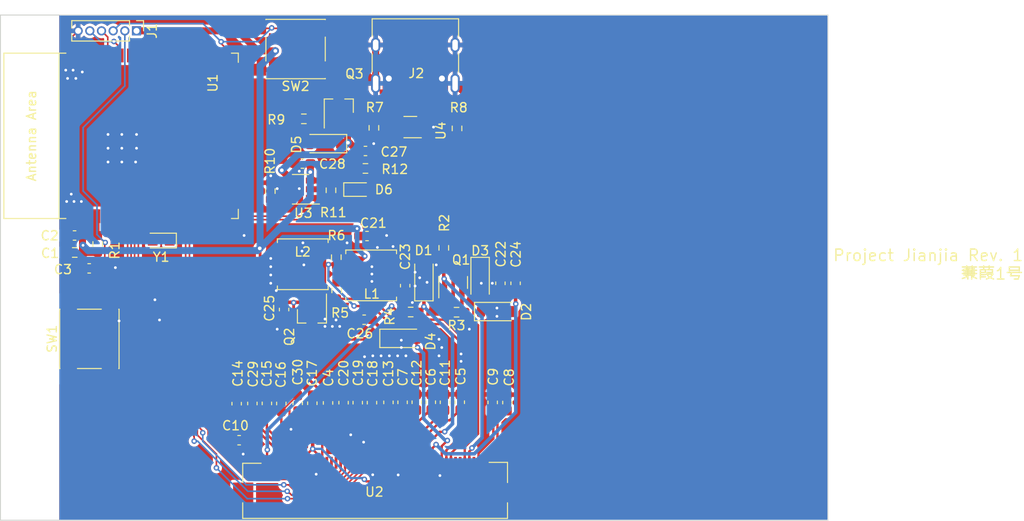
<source format=kicad_pcb>
(kicad_pcb (version 20221018) (generator pcbnew)
  (layers (0 "F.Cu" signal) (31 "B.Cu" signal) (34 "B.Paste" user) (35 "F.Paste" user) (36 "B.SilkS" user "B.Silkscreen") (37 "F.SilkS" user "F.Silkscreen") (38 "B.Mask" user) (39 "F.Mask" user) (44 "Edge.Cuts" user))
  (net 0 "")
  (net 1 "+BATT")
  (net 2 "GND")
  (net 3 "EN")
  (net 4 "VSH")
  (net 5 "VSH_LV2")
  (net 6 "VSL_LV")
  (net 7 "TFT_VCOM")
  (net 8 "FPL_VCOM")
  (net 9 "VCOMBD")
  (net 10 "VSH_LV")
  (net 11 "VSL")
  (net 12 "VSL_LV2")
  (net 13 "CP1P")
  (net 14 "VCP1")
  (net 15 "CP2P")
  (net 16 "VCP2")
  (net 17 "REFP")
  (net 18 "REFN")
  (net 19 "VDDO")
  (net 20 "Net-(D1-A)")
  (net 21 "Net-(D2-K)")
  (net 22 "VPH")
  (net 23 "VGL")
  (net 24 "VPC")
  (net 25 "CHG_VIN")
  (net 26 "CP1N")
  (net 27 "CP2N")
  (net 28 "Net-(D4-K)")
  (net 29 "+5V")
  (net 30 "Net-(D6-K)")
  (net 31 "Net-(D6-A)")
  (net 32 "BOOT")
  (net 33 "DBG_TXD")
  (net 34 "DBG_RXD")
  (net 35 "Net-(J2-CC1)")
  (net 36 "USB_DP")
  (net 37 "USB_DM")
  (net 39 "Net-(J2-CC2)")
  (net 41 "RESEC")
  (net 42 "GDRH")
  (net 43 "RESEH")
  (net 44 "GDRC")
  (net 45 "+5VP")
  (net 46 "VGH")
  (net 47 "Net-(U3-ISET)")
  (net 48 "Net-(U3-FB)")
  (net 53 "Net-(U1-GPIO15{slash}U0RTS{slash}ADC2_CH4{slash}XTAL_32K_P)")
  (net 54 "Net-(U1-GPIO16{slash}U0CTS{slash}ADC2_CH5{slash}XTAL_32K_N)")
  (net 57 "DISP_RST")
  (net 60 "DISP_DATA")
  (net 61 "DISP_SCLK")
  (net 62 "DISP_CS")
  (net 63 "DISP_DC")
  (net 64 "DISP_BUSY")
  (footprint "Inductor_SMD:L_Sunlord_SWPA5020S" (layer "F.Cu") (at 132.88 77.1325)
    (fp_text reference "L2")
    (fp_text value "NRS5020T150MMGJ")
  )
  (footprint "Capacitor_SMD:C_0603_1608Metric_Pad1.08x0.95mm_HandSolder" (layer "F.Cu") (at 155.14 92.19 90)
    (fp_text reference "C8")
    (fp_text value "4.7uF/10v")
  )
  (footprint "Capacitor_SMD:C_0603_1608Metric_Pad1.08x0.95mm_HandSolder" (layer "F.Cu") (at 142.2 92.17 90)
    (fp_text reference "C13")
    (fp_text value "10uF/25v")
  )
  (footprint "Resistor_SMD:R_0603_1608Metric_Pad0.98x0.95mm_HandSolder" (layer "F.Cu") (at 149.66 62.34 -90)
    (fp_text reference "R8")
    (fp_text value "5.11k")
  )
  (footprint "Capacitor_SMD:C_0603_1608Metric_Pad1.08x0.95mm_HandSolder" (layer "F.Cu") (at 140.41 92.2025 90)
    (fp_text reference "C18")
    (fp_text value "1uF/10v")
  )
  (footprint "Capacitor_SMD:C_0603_1608Metric_Pad1.08x0.95mm_HandSolder" (layer "F.Cu") (at 125.96 96.29 180)
    (fp_text reference "C10")
    (fp_text value "0.47uF/25v")
  )
  (footprint "Resistor_SMD:R_0603_1608Metric_Pad0.98x0.95mm_HandSolder" (layer "F.Cu") (at 108.08 75.85 180)
    (fp_text reference "C1")
    (fp_text value "10uF/25v")
  )
  (footprint "Resistor_SMD:R_0603_1608Metric_Pad0.98x0.95mm_HandSolder" (layer "F.Cu") (at 110.58 74.92 90)
    (fp_text reference "R1")
    (fp_text value "10k")
  )
  (footprint "Capacitor_SMD:C_0603_1608Metric_Pad1.08x0.95mm_HandSolder" (layer "F.Cu") (at 149.96 92.15 90)
    (fp_text reference "C5")
    (fp_text value "10uF/25v")
  )
  (footprint "Capacitor_SMD:C_0603_1608Metric_Pad1.08x0.95mm_HandSolder" (layer "F.Cu") (at 143.74 92.1625 90)
    (fp_text reference "C7")
    (fp_text value "10uF/25v")
  )
  (footprint "Package_TO_SOT_SMD:SOT-23-6_Handsoldering" (layer "F.Cu") (at 132.65 68.96875 180)
    (fp_text reference "U3")
    (fp_text value "CN3130")
  )
  (footprint "Capacitor_SMD:C_0603_1608Metric_Pad1.08x0.95mm_HandSolder" (layer "F.Cu") (at 132.33 92.2725 90)
    (fp_text reference "C30")
    (fp_text value "1uF/10v")
  )
  (footprint "Capacitor_SMD:C_0603_1608Metric_Pad1.08x0.95mm_HandSolder" (layer "F.Cu") (at 139.7 64.8)
    (fp_text reference "C27")
    (fp_text value "1uF/10v")
  )
  (footprint "Resistor_SMD:R_0603_1608Metric_Pad0.98x0.95mm_HandSolder" (layer "F.Cu") (at 139.7 66.7)
    (fp_text reference "R12")
    (fp_text value "150R")
  )
  (footprint "Capacitor_SMD:C_0603_1608Metric_Pad1.08x0.95mm_HandSolder" (layer "F.Cu") (at 146.81 92.1525 90)
    (fp_text reference "C6")
    (fp_text value "10uF/25v")
  )
  (footprint "Capacitor_SMD:C_0603_1608Metric_Pad1.08x0.95mm_HandSolder" (layer "F.Cu") (at 154.38 79.205 -90)
    (fp_text reference "C22")
    (fp_text value "10uF/25v")
  )
  (footprint "Capacitor_SMD:C_0603_1608Metric_Pad1.08x0.95mm_HandSolder" (layer "F.Cu") (at 145.28 92.1525 90)
    (fp_text reference "C12")
    (fp_text value "10uF/25v")
  )
  (footprint "Resistor_SMD:R_0603_1608Metric_Pad0.98x0.95mm_HandSolder" (layer "F.Cu") (at 133 61.3 180)
    (fp_text reference "R9")
    (fp_text value "1k")
  )
  (footprint "Capacitor_SMD:C_0603_1608Metric_Pad1.08x0.95mm_HandSolder" (layer "F.Cu") (at 125.69 92.31 90)
    (fp_text reference "C14")
    (fp_text value "1uF/10v")
  )
  (footprint "Connector_USB:USB_C_Receptacle_HRO_TYPE-C-31-M-12" (layer "F.Cu") (at 145.13 54.31 180)
    (fp_text reference "J2")
    (fp_text value "USB")
  )
  (footprint "Resistor_SMD:R_0603_1608Metric_Pad0.98x0.95mm_HandSolder" (layer "F.Cu") (at 144.62 82.3325 180)
    (fp_text reference "R4")
    (fp_text value "0R")
  )
  (footprint "Capacitor_SMD:C_0603_1608Metric_Pad1.08x0.95mm_HandSolder" (layer "F.Cu") (at 108.06 74 180)
    (fp_text reference "C2")
    (fp_text value "100nF")
  )
  (footprint "Button_Switch_SMD:SW_Push_1P1T_NO_6x6mm_H9.5mm" (layer "F.Cu") (at 132.1 53.7 180)
    (fp_text reference "SW2")
    (fp_text value "BOOT/CONFIG")
  )
  (footprint "Resistor_SMD:R_0603_1608Metric_Pad0.98x0.95mm_HandSolder" (layer "F.Cu") (at 149.61 82.3525 180)
    (fp_text reference "R3")
    (fp_text value "0.47R")
  )
  (footprint "Capacitor_SMD:C_0603_1608Metric_Pad1.08x0.95mm_HandSolder" (layer "F.Cu") (at 148.35 92.16 90)
    (fp_text reference "C11")
    (fp_text value "10uF/25v")
  )
  (footprint "Resistor_SMD:R_0603_1608Metric_Pad0.98x0.95mm_HandSolder" (layer "F.Cu") (at 135.95 69.07875 -90)
    (fp_text reference "R11")
    (fp_text value "62k")
  )
  (footprint "Resistor_SMD:R_0603_1608Metric_Pad0.98x0.95mm_HandSolder" (layer "F.Cu") (at 136.57 79.9825 -90)
    (fp_text reference "R5")
    (fp_text value "1M")
  )
  (footprint "Resistor_SMD:R_0603_1608Metric_Pad0.98x0.95mm_HandSolder" (layer "F.Cu") (at 140.62 62.28 -90)
    (fp_text reference "R7")
    (fp_text value "5.11k")
  )
  (footprint "Capacitor_SMD:C_0603_1608Metric_Pad1.08x0.95mm_HandSolder" (layer "F.Cu") (at 137.32 92.2025 90)
    (fp_text reference "C20")
    (fp_text value "2.2uF/6.3v")
  )
  (footprint "LED_SMD:LED_0603_1608Metric_Pad1.05x0.95mm_HandSolder" (layer "F.Cu") (at 139 69)
    (fp_text reference "D6")
    (fp_text value "LED")
  )
  (footprint "JackcoLib:AC073TC1_FH34SRJ-50S-0.5SH" (layer "F.Cu") (at 140.75 102)
    (fp_text reference "U2")
    (fp_text value "AC073TC1_FH34SRJ-50S-0.5SH")
  )
  (footprint "Package_TO_SOT_SMD:SOT-23" (layer "F.Cu") (at 149.24 79.115 90)
    (fp_text reference "Q1")
    (fp_text value "BSS138")
  )
  (footprint "Capacitor_SMD:C_0603_1608Metric_Pad1.08x0.95mm_HandSolder" (layer "F.Cu") (at 132.85 66.16875 180)
    (fp_text reference "C28")
    (fp_text value "1uF/10v")
  )
  (footprint "Capacitor_SMD:C_0603_1608Metric_Pad1.08x0.95mm_HandSolder" (layer "F.Cu") (at 128.98 92.28 90)
    (fp_text reference "C15")
    (fp_text value "1uF/10v")
  )
  (footprint "Capacitor_SMD:C_0603_1608Metric_Pad1.08x0.95mm_HandSolder" (layer "F.Cu") (at 109.65 77.58 180)
    (fp_text reference "C3")
    (fp_text value "1uF/10v")
  )
  (footprint "Diode_SMD:D_SOD-123" (layer "F.Cu") (at 146.06 78.7575 90)
    (fp_text reference "D1")
    (fp_text value "MBR0530")
  )
  (footprint "Diode_SMD:D_SOD-123" (layer "F.Cu") (at 143.62 85.2)
    (fp_text reference "D4")
    (fp_text value "MBR0530")
  )
  (footprint "Diode_SMD:D_SOD-123" (layer "F.Cu") (at 153.92 82.2825)
    (fp_text reference "D2")
    (fp_text value "MBR0530")
  )
  (footprint "Connector_PinHeader_1.27mm:PinHeader_1x06_P1.27mm_Vertical" (layer "F.Cu") (at 114.8 51.72 -90)
    (fp_text reference "J1")
    (fp_text value "PROG")
  )
  (footprint "Package_TO_SOT_SMD:SOT-23_Handsoldering" (layer "F.Cu") (at 133.88 82.7725 -90)
    (fp_text reference "Q2")
    (fp_text value "SI2301CDS")
  )
  (footprint "Capacitor_SMD:C_0603_1608Metric_Pad1.08x0.95mm_HandSolder" (layer "F.Cu") (at 130.55 92.29 90)
    (fp_text reference "C16")
    (fp_text value "1uF/10v")
  )
  (footprint "Crystal:Crystal_SMD_2012-2Pin_2.0x1.2mm_HandSoldering" (layer "F.Cu") (at 117.48 74.55 180)
    (fp_text reference "Y1")
    (fp_text value "32.768k")
  )
  (footprint "Resistor_SMD:R_0603_1608Metric_Pad0.98x0.95mm_HandSolder" (layer "F.Cu") (at 129.35 69.16875 90)
    (fp_text reference "R10")
    (fp_text value "4.7k")
  )
  (footprint "Package_TO_SOT_SMD:SOT-23_Handsoldering" (layer "F.Cu") (at 136.8 59.9 90)
    (fp_text reference "Q3")
    (fp_text value "SI2301CDS")
  )
  (footprint "Capacitor_SMD:C_0603_1608Metric_Pad1.08x0.95mm_HandSolder" (layer "F.Cu") (at 135.63 92.23 90)
    (fp_text reference "C4")
    (fp_text value "100nF")
  )
  (footprint "Capacitor_SMD:C_0603_1608Metric_Pad1.08x0.95mm_HandSolder" (layer "F.Cu") (at 127.4 92.29 90)
    (fp_text reference "C29")
    (fp_text value "1uF/10v")
  )
  (footprint "Capacitor_SMD:C_0603_1608Metric_Pad1.08x0.95mm_HandSolder" (layer "F.Cu") (at 144.02 79.465 90)
    (fp_text reference "C23")
    (fp_text value "10uF/25v")
  )
  (footprint "Capacitor_SMD:C_0603_1608Metric_Pad1.08x0.95mm_HandSolder" (layer "F.Cu") (at 139.56 83.17 180)
    (fp_text reference "C26")
    (fp_text value "10uF/25v")
  )
  (footprint "Capacitor_SMD:C_0603_1608Metric_Pad1.08x0.95mm_HandSolder" (layer "F.Cu") (at 156.03 79.205 90)
    (fp_text reference "C24")
    (fp_text value "10uF/25v")
  )
  (footprint "Inductor_SMD:L_Sunlord_SWPA5020S" (layer "F.Cu") (at 140.32 78.345)
    (fp_text reference "L1")
    (fp_text value "NRS5020T150MMGJ")
  )
  (footprint "Resistor_SMD:R_0603_1608Metric_Pad0.98x0.95mm_HandSolder" (layer "F.Cu") (at 136.53 76.3625 -90)
    (fp_text reference "R6")
    (fp_text value "0.47R")
  )
  (footprint "Diode_SMD:D_SOD-123" (layer "F.Cu") (at 152.17 78.74 -90)
    (fp_text reference "D3")
    (fp_text value "MBR0530")
  )
  (footprint "Diode_SMD:D_SOD-123" (layer "F.Cu") (at 135.3 64 180)
    (fp_text reference "D5")
    (fp_text value "MBR0530")
  )
  (footprint "Resistor_SMD:R_0603_1608Metric_Pad0.98x0.95mm_HandSolder" (layer "F.Cu") (at 148.22 75.345 90)
    (fp_text reference "R2")
    (fp_text value "1M")
  )
  (footprint "Capacitor_SMD:C_0603_1608Metric_Pad1.08x0.95mm_HandSolder" (layer "F.Cu") (at 130.85 82.0625 -90)
    (fp_text reference "C25")
    (fp_text value "4.7uF/10v")
  )
  (footprint "Capacitor_SMD:C_0603_1608Metric_Pad1.08x0.95mm_HandSolder" (layer "F.Cu") (at 138.86 92.2 90)
    (fp_text reference "C19")
    (fp_text value "1uF/10v")
  )
  (footprint "Button_Switch_SMD:SW_Push_1P1T_NO_6x6mm_H9.5mm" (layer "F.Cu") (at 109.67 85.255 90)
    (fp_text reference "SW1")
    (fp_text value "RESET")
  )
  (footprint "Capacitor_SMD:C_0603_1608Metric_Pad1.08x0.95mm_HandSolder" (layer "F.Cu") (at 139.87 74.06 180)
    (fp_text reference "C21")
    (fp_text value "4.7uF/10v")
  )
  (footprint "Espressif:ESP32-S3-WROOM-2" (layer "F.Cu") (at 116.12 63.15 90)
    (fp_text reference "U1")
    (fp_text value "ESP32-S3-WROOM-2")
  )
  (footprint "Capacitor_SMD:C_0603_1608Metric_Pad1.08x0.95mm_HandSolder" (layer "F.Cu") (at 133.92 92.2625 90)
    (fp_text reference "C17")
    (fp_text value "1uF/10v")
  )
  (footprint "Package_TO_SOT_SMD:SOT-363_SC-70-6_Handsoldering" (layer "F.Cu") (at 144.58 62.2 180)
    (fp_text reference "U4")
    (fp_text value "CH412K")
  )
  (footprint "Capacitor_SMD:C_0603_1608Metric_Pad1.08x0.95mm_HandSolder" (layer "F.Cu") (at 153.54 92.17 90)
    (fp_text reference "C9")
    (fp_text value "0.47uF/25v")
  )
  (gr_line (start 190 50) (end 190 105) (stroke (width 0.1)) (layer "Edge.Cuts"))
  (gr_line (start 100 105) (end 100 50) (stroke (width 0.1)) (layer "Edge.Cuts"))
  (gr_line (start 100 50) (end 190 50) (stroke (width 0.1)) (layer "Edge.Cuts"))
  (gr_line (start 190 105) (end 100 105) (stroke (width 0.1)) (layer "Edge.Cuts"))
  (gr_text "Project Jianjia Rev. 1\n蒹葭1号" (at 211.33 78.9) (layer "F.SilkS") (effects (font (size 1.25 1.25)) (justify right bottom)))
  (segment (start 133.7125 67.1125) (end 133.7125 67.73125) (width 0.762) (layer "F.Cu") (net 1))
  (segment (start 114.8 51.72) (end 125.808 51.72) (width 0.762) (layer "F.Cu") (net 1))
  (segment (start 139.63 76.25) (end 138.47 77.41) (width 0.508) (layer "F.Cu") (net 1))
  (segment (start 132.93 81.2725) (end 131.9275 81.2725) (width 0.381) (layer "F.Cu") (net 1))
  (segment (start 135.63 93.0925) (end 133.96 94.7625) (width 0.381) (layer "F.Cu") (net 1))
  (segment (start 133.96 97.23) (end 133.96 97.279) (width 0.254) (layer "F.Cu") (net 1))
  (segment (start 129.73 81.2) (end 130.85 81.2) (width 0.3048) (layer "F.Cu") (net 1))
  (segment (start 127.988 53.9) (end 129.9 53.9) (width 0.762) (layer "F.Cu") (net 1))
  (segment (start 151.5 99.704) (end 151.5 98.75) (width 0.254) (layer "F.Cu") (net 1))
  (segment (start 108.9225 75.78) (end 108.9925 75.85) (width 0.762) (layer "F.Cu") (net 1))
  (segment (start 131.89 81.31) (end 131.8525 81.2725) (width 0.381) (layer "F.Cu") (net 1))
  (segment (start 131.8525 81.2725) (end 130.9225 81.2725) (width 0.381) (layer "F.Cu") (net 1))
  (segment (start 133.96 97.23) (end 133.946947 97.23) (width 0.254) (layer "F.Cu") (net 1))
  (segment (start 130.9225 81.2725) (end 130.85 81.2) (width 0.381) (layer "F.Cu") (net 1))
  (segment (start 150.434 100.77) (end 151.5 99.704) (width 0.254) (layer "F.Cu") (net 1))
  (segment (start 133.7125 67.0875) (end 133.7 67.1) (width 0.762) (layer "F.Cu") (net 1))
  (segment (start 134.5 97.819) (end 134.5 98.75) (width 0.254) (layer "F.Cu") (net 1))
  (segment (start 133.7125 66.16875) (end 133.7125 67.0875) (width 0.762) (layer "F.Cu") (net 1))
  (segment (start 133.96 94.7625) (end 133.96 97.23) (width 0.381) (layer "F.Cu") (net 1))
  (segment (start 125.808 51.72) (end 127.988 53.9) (width 0.762) (layer "F.Cu") (net 1))
  (segment (start 133.96 97.279) (end 134.5 97.819) (width 0.254) (layer "F.Cu") (net 1))
  (segment (start 134.7474 90.855655) (end 134.7474 92.2099) (width 0.3048) (layer "F.Cu") (net 1))
  (segment (start 110.5625 75.85) (end 110.58 75.8325) (width 0.762) (layer "F.Cu") (net 1))
  (segment (start 128.24 75.36) (end 128.24 79.71) (width 0.3048) (layer "F.Cu") (net 1))
  (segment (start 133.7125 67.73125) (end 134 68.01875) (width 0.762) (layer "F.Cu") (net 1))
  (segment (start 139.8 100.77) (end 150.434 100.77) (width 0.254) (layer "F.Cu") (net 1))
  (segment (start 109.13 73.7925) (end 108.9225 74) (width 0.762) (layer "F.Cu") (net 1))
  (segment (start 108.9925 75.85) (end 110.5625 75.85) (width 0.762) (layer "F.Cu") (net 1))
  (segment (start 128.24 79.71) (end 129.73 81.2) (width 0.3048) (layer "F.Cu") (net 1))
  (segment (start 109.13 71.9) (end 109.13 73.7925) (width 0.762) (layer "F.Cu") (net 1))
  (segment (start 138.79 73.25) (end 138.83 73.29) (width 0.508) (layer "F.Cu") (net 1))
  (segment (start 133.7 67.1) (end 133.7125 67.1125) (width 0.762) (layer "F.Cu") (net 1))
  (segment (start 131.89 81.31) (end 131.89 87.998255) (width 0.3048) (layer "F.Cu") (net 1))
  (segment (start 133.5 97.676947) (end 133.5 98.75) (width 0.254) (layer "F.Cu") (net 1))
  (segment (start 131.89 87.998255) (end 134.7474 90.855655) (width 0.3048) (layer "F.Cu") (net 1))
  (segment (start 139.63 76.25) (end 139.63 76.25) (width 0.508) (layer "F.Cu") (net 1))
  (segment (start 136.57 79.07) (end 137.745 79.07) (width 0.381) (layer "F.Cu") (net 1))
  (segment (start 134.7474 92.2099) (end 135.63 93.0925) (width 0.3048) (layer "F.Cu") (net 1))
  (segment (start 133.946947 97.23) (end 133.5 97.676947) (width 0.254) (layer "F.Cu") (net 1))
  (segment (start 108.9225 74) (end 108.9225 75.78) (width 0.762) (layer "F.Cu") (net 1))
  (segment (start 138.47 77.41) (end 138.47 78.345) (width 0.508) (layer "F.Cu") (net 1))
  (segment (start 137.745 79.07) (end 138.47 78.345) (width 0.381) (layer "F.Cu") (net 1))
  (segment (start 139.580687 100.550687) (end 139.8 100.77) (width 0.254) (layer "F.Cu") (net 1))
  (segment (start 131.9275 81.2725) (end 131.89 81.31) (width 0.381) (layer "F.Cu") (net 1))
  (via (at 133.7 67.1) (size 0.8) (drill 0.4) (layers "F.Cu" "B.Cu") (net 1))
  (via (at 129.9 53.9) (size 0.8) (drill 0.4) (layers "F.Cu" "B.Cu") (net 1))
  (via (at 139.63 76.25) (size 0.6) (drill 0.3) (layers "F.Cu" "B.Cu") (net 1))
  (via (at 133.96 97.23) (size 0.6) (drill 0.3) (layers "F.Cu" "B.Cu") (net 1))
  (via (at 131.89 81.31) (size 0.6) (drill 0.3) (layers "F.Cu" "B.Cu") (net 1))
  (via (at 139.580687 100.550687) (size 0.6) (drill 0.3) (layers "F.Cu" "B.Cu") (net 1))
  (via (at 128.2 75.4) (size 0.8) (drill 0.4) (layers "F.Cu" "B.Cu") (net 1))
  (via (at 108.98 75.07) (size 0.6) (drill 0.3) (layers "F.Cu" "B.Cu") (net 1))
  (via (at 138.79 73.25) (size 0.6) (drill 0.3) (layers "F.Cu" "B.Cu") (net 1))
  (segment (start 138.79 73.25) (end 138.79 75.41) (width 0.508) (layer "B.Cu") (net 1))
  (segment (start 108.98 75.09) (end 108.98 75.07) (width 0.762) (layer "B.Cu") (net 1))
  (segment (start 138.79 75.41) (end 139.63 76.25) (width 0.508) (layer "B.Cu") (net 1))
  (segment (start 108.98 75.07) (end 108.96 75.07) (width 0.762) (layer "B.Cu") (net 1))
  (segment (start 139.580687 100.550687) (end 139.44 100.41) (width 0.254) (layer "B.Cu") (net 1))
  (segment (start 109.531 75.641) (end 108.98 75.09) (width 0.762) (layer "B.Cu") (net 1))
  (segment (start 128.2 75.4) (end 127.959 75.641) (width 0.762) (layer "B.Cu") (net 1))
  (segment (start 128.24 55.56) (end 128.24 75.36) (width 0.762) (layer "B.Cu") (net 1))
  (segment (start 128.24 75.36) (end 128.2 75.4) (width 0.762) (layer "B.Cu") (net 1))
  (segment (start 134.92 97.23) (end 133.96 97.23) (width 0.254) (layer "B.Cu") (net 1))
  (segment (start 130.35 73.25) (end 133.7 69.9) (width 0.762) (layer "B.Cu") (net 1))
  (segment (start 129.9 53.9) (end 128.24 55.56) (width 0.762) (layer "B.Cu") (net 1))
  (segment (start 138.1 100.41) (end 134.92 97.23) (width 0.254) (layer "B.Cu") (net 1))
  (segment (start 138.79 73.25) (end 130.35 73.25) (width 0.762) (layer "B.Cu") (net 1))
  (segment (start 139.44 100.41) (end 138.1 100.41) (width 0.254) (layer "B.Cu") (net 1))
  (segment (start 108.96 75.07) (end 109 75.11) (width 0.762) (layer "B.Cu") (net 1))
  (segment (start 133.7 69.9) (end 133.7 67.1) (width 0.762) (layer "B.Cu") (net 1))
  (segment (start 128.24 75.36) (end 130.35 73.25) (width 0.762) (layer "B.Cu") (net 1))
  (segment (start 127.959 75.641) (end 109.531 75.641) (width 0.762) (layer "B.Cu") (net 1))
  (segment (start 146.079264 79.1) (end 146.4 79.1) (width 0.1778) (layer "F.Cu") (net 2))
  (segment (start 131.9875 61.4) (end 132.0875 61.3) (width 0.381) (layer "F.Cu") (net 2))
  (segment (start 149.66 63.2525) (end 151.1 61.8125) (width 0.762) (layer "F.Cu") (net 2))
  (segment (start 139.247626 67.6155) (end 139.7345 67.128626) (width 0.381) (layer "F.Cu") (net 2))
  (segment (start 126.5364 90.6011) (end 128.1636 90.6011) (width 0.1778) (layer "F.Cu") (net 2))
  (segment (start 130.1 68.9) (end 130.0625 68.96875) (width 0.508) (layer "F.Cu") (net 2))
  (segment (start 140.49 100.05) (end 140.5 100.06) (width 0.254) (layer "F.Cu") (net 2))
  (segment (start 140.6 64) (end 140.5625 63.9625) (width 0.381) (layer "F.Cu") (net 2))
  (segment (start 147.8 100.14) (end 148.15 100.14) (width 0.254) (layer "F.Cu") (net 2))
  (segment (start 132.5 67) (end 132.534 67.034) (width 0.508) (layer "F.Cu") (net 2))
  (segment (start 128.1636 90.6011) (end 128.98 91.4175) (width 0.1778) (layer "F.Cu") (net 2))
  (segment (start 132.534 66.71525) (end 132.534 66.966) (width 0.508) (layer "F.Cu") (net 2))
  (segment (start 130.55 91.4275) (end 128.99 91.4275) (width 0.1778) (layer "F.Cu") (net 2))
  (segment (start 139.7345 65.628) (end 140.5625 64.8) (width 0.381) (layer "F.Cu") (net 2))
  (segment (start 148.22 74.4325) (end 149.5125 74.4325) (width 0.1778) (layer "F.Cu") (net 2))
  (segment (start 154.7775 77.09) (end 156.03 78.3425) (width 0.1778) (layer "F.Cu") (net 2))
  (segment (start 151.1 59.09) (end 149.45 57.44) (width 0.762) (layer "F.Cu") (net 2))
  (segment (start 153.56 91.3275) (end 153.54 91.3075) (width 0.1778) (layer "F.Cu") (net 2))
  (segment (start 148.1025 82.3525) (end 148.6975 82.3525) (width 0.1778) (layer "F.Cu") (net 2))
  (segment (start 147.1 62.141) (end 148.38 60.861) (width 0.381) (layer "F.Cu") (net 2))
  (segment (start 107.1675 75.85) (end 107.1675 75.96) (width 0.1778) (layer "F.Cu") (net 2))
  (segment (start 145.579264 78.6) (end 145.6 78.6) (width 0.1778) (layer "F.Cu") (net 2))
  (segment (start 140 99.71) (end 140.43 100.14) (width 0.254) (layer "F.Cu") (net 2))
  (segment (start 143.33 100.14) (end 143.436 100.14) (width 0.254) (layer "F.Cu") (net 2))
  (segment (start 131.3939 90.5836) (end 133.1036 90.5836) (width 0.1778) (layer "F.Cu") (net 2))
  (segment (start 134.34 99.99) (end 134.38 99.99) (width 0.254) (layer "F.Cu") (net 2))
  (segment (start 132.5 68.91875) (end 132.45 68.96875) (width 0.508) (layer "F.Cu") (net 2))
  (segment (start 108.45 51.72) (end 107.86 52.31) (width 0.1778) (layer "F.Cu") (net 2))
  (segment (start 134.5 65.3) (end 132.85625 65.3) (width 0.381) (layer "F.Cu") (net 2))
  (segment (start 136.8155 69.12575) (end 136.8155 67.6155) (width 0.381) (layer "F.Cu") (net 2))
  (segment (start 140.5 100.07) (end 140.43 100.14) (width 0.254) (layer "F.Cu") (net 2))
  (segment (start 130.0625 68.96875) (end 129.35 68.25625) (width 0.508) (layer "F.Cu") (net 2))
  (segment (start 134 98.75) (end 134 99.61) (width 0.254) (layer "F.Cu") (net 2))
  (segment (start 130.55 91.4275) (end 131.3939 90.5836) (width 0.1778) (layer "F.Cu") (net 2))
  (segment (start 134.34 99.95) (end 134.34 99.99) (width 0.254) (layer "F.Cu") (net 2))
  (segment (start 145.581764 78.6025) (end 145.579264 78.6) (width 0.1778) (layer "F.Cu") (net 2))
  (segment (start 132.5 68.9) (end 132.5 68.91875) (width 0.508) (layer "F.Cu") (net 2))
  (segment (start 140.26 75.45) (end 141.02 76.21) (width 0.1778) (layer "F.Cu") (net 2))
  (segment (start 136.8155 67.6155) (end 139.247626 67.6155) (width 0.381) (layer "F.Cu") (net 2))
  (segment (start 145.6 78.620736) (end 146.079264 79.1) (width 0.1778) (layer "F.Cu") (net 2))
  (segment (start 134 99.61) (end 134.34 99.95) (width 0.254) (layer "F.Cu") (net 2))
  (segment (start 141.02 76.1172) (end 141.02 76.21) (width 0.1778) (layer "F.Cu") (net 2))
  (segment (start 136.8155 67.6155) (end 134.5 65.3) (width 0.381) (layer "F.Cu") (net 2))
  (segment (start 132.51875 68.9) (end 132.5 68.9) (width 0.508) (layer "F.Cu") (net 2))
  (segment (start 142.7047 74.4325) (end 141.02 76.1172) (width 0.1778) (layer "F.Cu") (net 2))
  (segment (start 155.14 91.3275) (end 153.56 91.3275) (width 0.1778) (layer "F.Cu") (net 2))
  (segment (start 143 98.75) (end 143 99.704) (width 0.254) (layer "F.Cu") (net 2))
  (segment (start 147.0406 80.061336) (end 147.0406 81.2906) (width 0.1778) (layer "F.Cu") (net 2))
  (segment (start 131.3 68.96875) (end 130.1 68.9) (width 0.508) (layer "F.Cu") (net 2))
  (segment (start 149.8475 91.4) (end 149.96 91.2875) (width 0.1778) (layer "F.Cu") (net 2))
  (segment (start 125.69 91.4475) (end 126.5364 90.6011) (width 0.1778) (layer "F.Cu") (net 2))
  (segment (start 132.534 66.966) (end 132.5 67) (width 0.508) (layer "F.Cu") (net 2))
  (segment (start 132.85625 65.3) (end 131.9875 66.16875) (width 0.381) (layer "F.Cu") (net 2))
  (segment (start 143.1589 80.5722) (end 143.1589 79.4636) (width 0.1778) (layer "F.Cu") (net 2))
  (segment (start 148.6075 62.2) (end 149.66 63.2525) (width 0.762) (layer "F.Cu") (net 2))
  (segment (start 147.5 98.75) (end 147.5 99.704) (width 0.254) (layer "F.Cu") (net 2))
  (segment (start 149.064 100.14) (end 149.5 99.704) (width 0.254) (layer "F.Cu") (net 2))
  (segment (start 141.4211 81.0911) (end 142.64 81.0911) (width 0.1778) (layer "F.Cu") (net 2))
  (segment (start 107.1675 75.96) (end 108.7875 77.58) (width 0.1778) (layer "F.Cu") (net 2))
  (segment (start 147.0406 81.2906) (end 148.1025 82.3525) (width 0.1778) (layer "F.Cu") (net 2))
  (segment (start 140.5 100.06) (end 140.5 100.07) (width 0.254) (layer "F.Cu") (net 2))
  (segment (start 146.4 79.1) (end 146.4 79.420736) (width 0.1778) (layer "F.Cu") (net 2))
  (segment (start 125.0975 96.29) (end 124.89 96.0825) (width 0.25) (layer "F.Cu") (net 2))
  (segment (start 128.99 91.4275) (end 128.98 91.4175) (width 0.1778) (layer "F.Cu") (net 2))
  (segment (start 143.19 100.14) (end 143.26 100.07) (width 0.254) (layer "F.Cu") (net 2))
  (segment (start 140.5625 64.8) (end 140.5625 64.0375) (width 0.381) (layer "F.Cu") (net 2))
  (segment (start 149.88 91.3675) (end 149.96 91.2875) (width 0.3048) (layer "F.Cu") (net 2))
  (segment (start 147.5 99.704) (end 147.936 100.14) (width 0.254) (layer "F.Cu") (net 2))
  (segment (start 107.1975 75.82) (end 107.1675 75.85) (width 0.762) (layer "F.Cu") (net 2))
  (segment (start 147.1 62.2) (end 147.1 62.141) (width 0.381) (layer "F.Cu") (net 2))
  (segment (start 135.95 69.99125) (end 136.8155 69.12575) (width 0.381) (layer "F.Cu") (net 2))
  (segment (start 141.02 76.21) (end 141.02 80.69) (width 0.1778) (layer "F.Cu") (net 2))
  (segment (start 140 98.75) (end 140 99.71) (width 0.254) (layer "F.Cu") (net 2))
  (segment (start 146.4 79.420736) (end 147.0406 80.061336) (width 0.1778) (layer "F.Cu") (net 2))
  (segment (start 140.5 98.75) (end 140.5 100.04) (width 0.254) (layer "F.Cu") (net 2))
  (segment (start 145.6 78.6) (end 145.6 78.620736) (width 0.1778) (layer "F.Cu") (net 2))
  (segment (start 107.86 52.31) (end 107.86 54.4) (width 0.1778) (layer "F.Cu") (net 2))
  (segment (start 147.936 100.14) (end 148.15 100.14) (width 0.254) (layer "F.Cu") (net 2))
  (segment (start 132.45 68.96875) (end 131.3 68.96875) (width 0.508) (layer "F.Cu") (net 2))
  (segment (start 147.041 62.2) (end 147.1 62.2) (width 0.381) (layer "F.Cu") (net 2))
  (segment (start 143.26 100.07) (end 143.33 100.14) (width 0.254) (layer "F.Cu") (net 2))
  (segment (start 143 99.704) (end 143.436 100.14) (width 0.254) (layer "F.Cu") (net 2))
  (segment (start 140.5 100.04) (end 140.49 100.05) (width 0.254) (layer "F.Cu") (net 2))
  (segment (start 152.17 77.09) (end 154.7775 77.09) (width 0.1778) (layer "F.Cu") (net 2))
  (segment (start 136.075 55.95) (end 139.32 55.95) (width 0.762) (layer "F.Cu") (net 2))
  (segment (start 140.43 100.14) (end 143.19 100.14) (width 0.254) (layer "F.Cu") (net 2))
  (segment (start 135.63 91.3675) (end 149.88 91.3675) (width 0.3048) (layer "F.Cu") (net 2))
  (segment (start 145.91 62.2) (end 147.041 62.2) (width 0.381) (layer "F.Cu") (net 2))
  (segment (start 140.5625 64.0375) (end 140.6 64) (width 0.381) (layer "F.Cu") (net 2))
  (segment (start 149.5 99.704) (end 149.5 98.75) (width 0.254) (layer "F.Cu") (net 2))
  (segment (start 131.9875 66.16875) (end 132.534 66.71525) (width 0.508) (layer "F.Cu") (net 2))
  (segment (start 131.9875 66.16875) (end 131.9875 61.4) (width 0.381) (layer "F.Cu") (net 2))
  (segment (start 139.32 55.95) (end 140.81 57.44) (width 0.762) (layer "F.Cu") (net 2))
  (segment (start 133.1036 90.5836) (end 133.92 91.4) (width 0.1778) (layer "F.Cu") (net 2))
  (segment (start 107.1975 74) (end 107.1975 75.82) (width 0.762) (layer "F.Cu") (net 2))
  (segment (start 141.02 80.69) (end 141.4211 81.0911) (width 0.1778) (layer "F.Cu") (net 2))
  (segment (start 147.1 62.2) (end 148.6075 62.2) (width 0.762) (layer "F.Cu") (net 2))
  (segment (start 132.534 68.88475) (end 132.51875 68.9) (width 0.508) (layer "F.Cu") (net 2))
  (segment (start 140.5625 63.9625) (end 140.5625 63.25) (width 0.381) (layer "F.Cu") (net 2))
  (segment (start 132.534 67.034) (end 132.534 68.88475) (width 0.508) (layer "F.Cu") (net 2))
  (segment (start 151.1 61.8125) (end 151.1 59.09) (width 0.762) (layer "F.Cu") (net 2))
  (segment (start 148.38 60.861) (end 148.38 58.355) (width 0.381) (layer "F.Cu") (net 2))
  (segment (start 140.81 57.44) (end 140.81 53.26) (width 0.762) (layer "F.Cu") (net 2))
  (segment (start 143.436 100.14) (end 147.8 100.14) (width 0.254) (layer "F.Cu") (net 2))
  (segment (start 147.041 62.2) (end 147.041 62.2) (width 0.381) (layer "F.Cu") (net 2))
  (segment (start 149.5125 74.4325) (end 152.17 77.09) (width 0.1778) (layer "F.Cu") (net 2))
  (segment (start 139.7345 67.128626) (end 139.7345 65.628) (width 0.381) (layer "F.Cu") (net 2))
  (segment (start 144.02 78.6025) (end 145.581764 78.6025) (width 0.1778) (layer "F.Cu") (net 2))
  (segment (start 140.5625 63.25) (end 140.62 63.1925) (width 0.381) (layer "F.Cu") (net 2))
  (segment (start 142.64 81.0911) (end 143.1589 80.5722) (width 0.1778) (layer "F.Cu") (net 2))
  (segment (start 148.15 100.14) (end 149.064 100.14) (width 0.254) (layer "F.Cu") (net 2))
  (segment (start 136.53 75.45) (end 140.26 75.45) (width 0.1778) (layer "F.Cu") (net 2))
  (segment (start 148.22 74.4325) (end 142.7047 74.4325) (width 0.1778) (layer "F.Cu") (net 2))
  (segment (start 140.81 57.159) (end 140.81 57.44) (width 0.381) (layer "F.Cu") (net 2))
  (segment (start 124.89 96.0825) (end 124.89 92.2475) (width 0.25) (layer "F.Cu") (net 2))
  (segment (start 143.1589 79.4636) (end 144.02 78.6025) (width 0.1778) (layer "F.Cu") (net 2))
  (segment (start 124.89 92.2475) (end 125.69 91.4475) (width 0.25) (layer "F.Cu") (net 2))
  (segment (start 134.38 99.99) (end 134.35 99.96) (width 0.254) (layer "F.Cu") (net 2))
  (via (at 112.9 83.3) (size 0.6) (drill 0.3) (layers "F.Cu" "B.Cu") (net 2))
  (via (at 154 82.8) (size 0.6) (drill 0.3) (layers "F.Cu" "B.Cu") (net 2))
  (via (at 144.1 87.1) (size 0.6) (drill 0.3) (layers "F.Cu" "B.Cu") (net 2))
  (via (at 116.8 81) (size 0.6) (drill 0.3) (layers "F.Cu" "B.Cu") (net 2))
  (via (at 126.4 97.8) (size 0.6) (drill 0.3) (layers "F.Cu" "B.Cu") (net 2))
  (via (at 136.5 83.2) (size 0.6) (drill 0.3) (layers "F.Cu" "B.Cu") (net 2))
  (via (at 111.7 66) (size 0.6) (drill 0.3) (layers "F.Cu" "B.Cu") (net 2))
  (via (at 114.7 66) (size 0.6) (drill 0.3) (layers "F.Cu" "B.Cu") (net 2))
  (via (at 129.4 77.4) (size 0.6) (drill 0.3) (layers "F.Cu" "B.Cu") (net 2))
  (via (at 147.8 100.14) (size 0.6) (drill 0.3) (layers "F.Cu" "B.Cu") (net 2))
  (via (at 145.1 78) (size 0.6) (drill 0.3) (layers "F.Cu" "B.Cu") (net 2))
  (via (at 136.1 83.9) (size 0.6) (drill 0.3) (layers "F.Cu" "B.Cu") (net 2))
  (via (at 111.7 63) (size 0.6) (drill 0.3) (layers "F.Cu" "B.Cu") (net 2))
  (via (at 146.4 79.1) (size 0.6) (drill 0.3) (layers "F.Cu" "B.Cu") (net 2))
  (via (at 152.3 79.2) (size 0.6) (drill 0.3) (layers "F.Cu" "B.Cu") (net 2))
  (via (at 108.8 70.3) (size 0.6) (drill 0.3) (layers "F.Cu" "B.Cu") (net 2))
  (via (at 140.4 77.4) (size 0.6) (drill 0.3) (layers "F.Cu" "B.Cu") (net 2))
  (via (at 131.6 95.1) (size 0.6) (drill 0.3) (layers "F.Cu" "B.Cu") (net 2))
  (via (at 113.2 63) (size 0.6) (drill 0.3) (layers "F.Cu" "B.Cu") (net 2))
  (via (at 130 80) (size 0.6) (drill 0.3) (layers "F.Cu" "B.Cu") (net 2))
  (via (at 135.3 83.9) (size 0.6) (drill 0.3) (layers "F.Cu" "B.Cu") (net 2))
  (via (at 108.2 56.9) (size 0.6) (drill 0.3) (layers "F.Cu" "B.Cu") (net 2))
  (via (at 107.3 56.9) (size 0.6) (drill 0.3) (layers "F.Cu" "B.Cu") (net 2))
  (via (at 145.1 79.5) (size 0.6) (drill 0.3) (layers "F.Cu" "B.Cu") (net 2))
  (via (at 132.8 75.7) (size 0.6) (drill 0.3) (layers "F.Cu" "B.Cu") (net 2))
  (via (at 141.4 87.1) (size 0.6) (drill 0.3) (layers "F.Cu" "B.Cu") (net 2))
  (via (at 130.1 68.9) (size 0.6) (drill 0.3) (layers "F.Cu" "B.Cu") (net 2))
  (via (at 107.9 56) (size 0.6) (drill 0.3) (layers "F.Cu" "B.Cu") (net 2))
  (via (at 107.1 56) (size 0.6) (drill 0.3) (layers "F.Cu" "B.Cu") (net 2))
  (via (at 154 81.9) (size 0.6) (drill 0.3) (layers "F.Cu" "B.Cu") (net 2))
  (via (at 150.1 86.9) (size 0.6) (drill 0.3) (layers "F.Cu" "B.Cu") (net 2))
  (via (at 126.5 74) (size 0.6) (drill 0.3) (layers "F.Cu" "B.Cu") (net 2))
  (via (at 141 75.3) (size 0.6) (drill 0.3) (layers "F.Cu" "B.Cu") (net 2))
  (via (at 112.5 77.5) (size 0.6) (drill 0.3) (layers "F.Cu" "B.Cu") (net 2))
  (via (at 145.6 78.6) (size 0.6) (drill 0.3) (layers "F.Cu" "B.Cu") (net 2))
  (via (at 134.34 99.99) (size 0.6) (drill 0.3) (layers "F.Cu" "B.Cu") (net 2))
  (via (at 135.3 83.1) (size 0.6) (drill 0.3) (layers "F.Cu" "B.Cu") (net 2))
  (via (at 140.5 87.1) (size 0.6) (drill 0.3) (layers "F.Cu" "B.Cu") (net 2))
  (via (at 150.1 87.7) (size 0.6) (drill 0.3) (layers "F.Cu" "B.Cu") (net 2))
  (via (at 147.7 85.3) (size 0.6) (drill 0.3) (layers "F.Cu" "B.Cu") (net 2))
  (via (at 113.2 66) (size 0.6) (drill 0.3) (layers "F.Cu" "B.Cu") (net 2))
  (via (at 138.1 95.7) (size 0.6) (drill 0.3) (layers "F.Cu" "B.Cu") (net 2))
  (via (at 114.8 64.5) (size 0.6) (drill 0.3) (layers "F.Cu" "B.Cu") (net 2))
  (via (at 142.7 75.2) (size 0.6) (drill 0.3) (layers "F.Cu" "B.Cu") (net 2))
  (via (at 139.5 96.5) (size 0.6) (drill 0.3) (layers "F.Cu" "B.Cu") (net 2))
  (via (at 129.4 78.3) (size 0.6) (drill 0.3) (layers "F.Cu" "B.Cu") (net 2))
  (via (at 114.8 63) (size 0.6) (drill 0.3) (layers "F.Cu" "B.Cu") (net 2))
  (via (at 108 70.3) (size 0.6) (drill 0.3) (layers "F.Cu" "B.Cu") (net 2))
  (via (at 143.6 86.2) (size 0.6) (drill 0.3) (layers "F.Cu" "B.Cu") (net 2))
  (via (at 142.3 87.1) (size 0.6) (drill 0.3) (layers "F.Cu" "B.Cu") (net 2))
  (via (at 107.7 69.5) (size 0.6) (drill 0.3) (layers "F.Cu" "B.Cu") (net 2))
  (via (at 151 84.2) (size 0.6) (drill 0.3) (layers "F.Cu" "B.Cu") (net 2))
  (via (at 139.6 87.2) (size 0.6) (drill 0.3) (layers "F.Cu" "B.Cu") (net 2))
  (via (at 140.49 100.05) (size 0.6) (drill 0.3) (layers "F.Cu" "B.Cu") (net 2))
  (via (at 130.1 84.2) (size 0.6) (drill 0.3) (layers "F.Cu" "B.Cu") (net 2))
  (via (at 143.6 85.4) (size 0.6) (drill 0.3) (layers "F.Cu" "B.Cu") (net 2))
  (via (at 143.26 100.07) (size 0.6) (drill 0.3) (layers "F.Cu" "B.Cu") (net 2))
  (via (at 147.4 77.2) (size 0.6) (drill 0.3) (layers "F.Cu" "B.Cu") (net 2))
  (via (at 129.4 76.5) (size 0.6) (drill 0.3) (layers "F.Cu" "B.Cu") (net 2))
  (via (at 148 86.2) (size 0.6) (drill 0.3) (layers "F.Cu" "B.Cu") (net 2))
  (via (at 132.5 67) (size 0.6) (drill 0.3) (layers "F.Cu" "B.Cu") (net 2))
  (via (at 113.2 64.5) (size 0.6) (drill 0.3) (layers "F.Cu" "B.Cu") (net 2))
  (via (at 111.7 64.5) (size 0.6) (drill 0.3) (layers "F.Cu" "B.Cu") (net 2))
  (via (at 140.6 64) (size 0.6) (drill 0.3) (layers "F.Cu" "B.Cu") (net 2))
  (via (at 153.5 79.2) (size 0.6) (drill 0.3) (layers "F.Cu" "B.Cu") (net 2))
  (via (at 144.8 81.3) (size 0.6) (drill 0.3) (layers "F.Cu" "B.Cu") (net 2))
  (via (at 147.7 87.1) (size 0.6) (drill 0.3) (layers "F.Cu" "B.Cu") (net 2))
  (via (at 143.2 87.1) (size 0.6) (drill 0.3) (layers "F.Cu" "B.Cu") (net 2))
  (via (at 129.4 67.5) (size 0.6) (drill 0.3) (layers "F.Cu" "B.Cu") (net 2))
  (via (at 108.9 56.2) (size 0.6) (drill 0.3) (layers "F.Cu" "B.Cu") (net 2))
  (via (at 147.1 62.2) (size 0.6) (drill 0.3) (layers "F.Cu" "B.Cu") (net 2))
  (via (at 142 74) (size 0.6) (drill 0.3) (layers "F.Cu" "B.Cu") (net 2))
  (via (at 137.7 74.8) (size 0.6) (drill 0.3) (layers "F.Cu" "B.Cu") (net 2))
  (via (at 117.3 83.2) (size 0.6) (drill 0.3) (layers "F.Cu" "B.Cu") (net 2))
  (via (at 129.4 79.2) (size 0.6) (drill 0.3) (layers "F.Cu" "B.Cu") (net 2))
  (via (at 107.2 70.3) (size 0.6) (drill 0.3) (layers "F.Cu" "B.Cu") (net 2))
  (via (at 140.4 79) (size 0.6) (drill 0.3) (layers "F.Cu" "B.Cu") (net 2))
  (via (at 132.9 74.8) (size 0.6) (drill 0.3) (layers "F.Cu" "B.Cu") (net 2))
  (via (at 136.9 83.9) (size 0.6) (drill 0.3) (layers "F.Cu" "B.Cu") (net 2))
  (via (at 132.5 68.9) (size 0.6) (drill 0.3) (layers "F.Cu" "B.Cu") (net 2))
  (via (at 133 77.2) (size 0.6) (drill 0.3) (layers "F.Cu" "B.Cu") (net 2))
  (via (at 140.4 78.2) (size 0.6) (drill 0.3) (layers "F.Cu" "B.Cu") (net 2))
  (segment (start 140.49 100.596712) (end 139.576712 101.51) (width 0.254) (layer "B.Cu") (net 2))
  (segment (start 139.576712 101.51) (end 135.86 101.51) (width 0.254) (layer "B.Cu") (net 2))
  (segment (start 135.86 101.51) (end 134.34 99.99) (width 0.254) (layer "B.Cu") (net 2))
  (segment (start 140.49 100.05) (end 140.49 100.596712) (width 0.254) (layer "B.Cu") (net 2))
  (segment (start 110.58 74.0075) (end 111.3439 74.7714) (width 0.1778) (layer "F.Cu") (net 3))
  (segment (start 111.92 81.28) (end 111.92 89.23) (width 0.254) (layer "F.Cu") (net 3))
  (segment (start 110.58 74.0075) (end 110.58 74.01) (width 0.762) (layer "F.Cu") (net 3))
  (segment (start 110.5125 77.58) (end 111.92 78.9875) (width 0.254) (layer "F.Cu") (net 3))
  (segment (start 111.3439 76.7486) (end 110.5125 77.58) (width 0.1778) (layer "F.Cu") (net 3))
  (segment (start 111.3439 74.7714) (end 111.3439 76.7486) (width 0.1778) (layer "F.Cu") (net 3))
  (segment (start 110.58 74.01) (end 110.4 73.83) (width 0.762) (layer "F.Cu") (net 3))
  (segment (start 111.92 78.9875) (end 111.92 81.28) (width 0.254) (layer "F.Cu") (net 3))
  (segment (start 110.4 73.83) (end 110.4 71.9) (width 0.762) (layer "F.Cu") (net 3))
  (via (at 111.39 74.76) (size 0.6) (drill 0.3) (layers "F.Cu" "B.Cu") (net 3))
  (segment (start 111.39 74.79) (end 111.38 74.78) (width 0.1778) (layer "B.Cu") (net 3))
  (segment (start 108.99 69.16) (end 110.5 70.67) (width 0.1778) (layer "B.Cu") (net 3))
  (segment (start 108.99 62.25) (end 108.99 69.16) (width 0.1778) (layer "B.Cu") (net 3))
  (segment (start 110.5 70.67) (end 110.5 73.9) (width 0.1778) (layer "B.Cu") (net 3))
  (segment (start 111.36 74.76) (end 111.39 74.76) (width 0.1778) (layer "B.Cu") (net 3))
  (segment (start 111.39 74.76) (end 111.39 74.79) (width 0.1778) (layer "B.Cu") (net 3))
  (segment (start 113.53 51.72) (end 113.53 57.71) (width 0.1778) (layer "B.Cu") (net 3))
  (segment (start 110.5 73.9) (end 111.36 74.76) (width 0.1778) (layer "B.Cu") (net 3))
  (segment (start 113.53 57.71) (end 108.99 62.25) (width 0.1778) (layer "B.Cu") (net 3))
  (segment (start 149.96 93.0125) (end 148.8525 94.12) (width 0.254) (layer "F.Cu") (net 4))
  (segment (start 146 96.09) (end 146 98.75) (width 0.254) (layer "F.Cu") (net 4))
  (segment (start 148.8525 94.12) (end 147.97 94.12) (width 0.254) (layer "F.Cu") (net 4))
  (segment (start 147.97 94.12) (end 146 96.09) (width 0.254) (layer "F.Cu") (net 4))
  (segment (start 146.705 93.015) (end 145 94.72) (width 0.254) (layer "F.Cu") (net 5))
  (segment (start 146.81 93.015) (end 146.705 93.015) (width 0.254) (layer "F.Cu") (net 5))
  (segment (start 145 94.72) (end 145 98.75) (width 0.254) (layer "F.Cu") (net 5))
  (segment (start 143.74 93.025) (end 144 93.285) (width 0.254) (layer "F.Cu") (net 6))
  (segment (start 144 93.285) (end 144 98.75) (width 0.254) (layer "F.Cu") (net 6))
  (segment (start 152.5 97.87) (end 154.06 96.31) (width 0.254) (layer "F.Cu") (net 7))
  (segment (start 152.5 98.75) (end 152.5 97.87) (width 0.254) (layer "F.Cu") (net 7))
  (segment (start 154.06 96.31) (end 154.06 94.1325) (width 0.254) (layer "F.Cu") (net 7))
  (segment (start 154.06 94.1325) (end 155.14 93.0525) (width 0.254) (layer "F.Cu") (net 7))
  (segment (start 153.606 93.0985) (end 153.606 96.121948) (width 0.254) (layer "F.Cu") (net 8))
  (segment (start 153.606 96.121948) (end 152 97.727948) (width 0.254) (layer "F.Cu") (net 8))
  (segment (start 153.54 93.0325) (end 153.606 93.0985) (width 0.254) (layer "F.Cu") (net 8))
  (segment (start 152 97.727948) (end 152 98.75) (width 0.254) (layer "F.Cu") (net 8))
  (segment (start 126.8825 97.1325) (end 128.5 98.75) (width 0.254) (layer "F.Cu") (net 9))
  (segment (start 126.8825 96.58) (end 126.8825 97.1325) (width 0.254) (layer "F.Cu") (net 9))
  (segment (start 145.5 98.75) (end 145.5 95.78) (width 0.254) (layer "F.Cu") (net 10))
  (segment (start 148.2575 93.0225) (end 148.35 93.0225) (width 0.254) (layer "F.Cu") (net 10))
  (segment (start 145.5 95.78) (end 148.2575 93.0225) (width 0.254) (layer "F.Cu") (net 10))
  (segment (start 144.5 93.795) (end 145.28 93.015) (width 0.254) (layer "F.Cu") (net 11))
  (segment (start 144.5 98.75) (end 144.5 93.795) (width 0.254) (layer "F.Cu") (net 11))
  (segment (start 142.2 93.0325) (end 143.5 94.3325) (width 0.254) (layer "F.Cu") (net 12))
  (segment (start 143.5 94.3325) (end 143.5 98.75) (width 0.254) (layer "F.Cu") (net 12))
  (segment (start 130.5 97.796) (end 130.5 98.75) (width 0.254) (layer "F.Cu") (net 13))
  (segment (start 127.4 91.4625) (end 125.69 93.1725) (width 0.1778) (layer "F.Cu") (net 13))
  (segment (start 125.69 93.1725) (end 125.8765 93.1725) (width 0.254) (layer "F.Cu") (net 13))
  (segment (start 127.4 91.4275) (end 127.4 91.4625) (width 0.1778) (layer "F.Cu") (net 13))
  (segment (start 125.8765 93.1725) (end 130.5 97.796) (width 0.254) (layer "F.Cu") (net 13))
  (segment (start 128.98 94.991896) (end 131.5 97.511896) (width 0.254) (layer "F.Cu") (net 14))
  (segment (start 128.98 93.1425) (end 128.98 94.991896) (width 0.254) (layer "F.Cu") (net 14))
  (segment (start 131.5 97.511896) (end 131.5 98.75) (width 0.254) (layer "F.Cu") (net 14))
  (segment (start 130.55 95.919844) (end 132 97.369844) (width 0.254) (layer "F.Cu") (net 15))
  (segment (start 130.55 93.1525) (end 130.55 95.919844) (width 0.254) (layer "F.Cu") (net 15))
  (segment (start 132.2925 91.41) (end 130.55 93.1525) (width 0.1778) (layer "F.Cu") (net 15))
  (segment (start 132 97.369844) (end 132 98.75) (width 0.254) (layer "F.Cu") (net 15))
  (segment (start 132.33 91.41) (end 132.2925 91.41) (width 0.1778) (layer "F.Cu") (net 15))
  (segment (start 133.333 97.037) (end 133 97.37) (width 0.254) (layer "F.Cu") (net 16))
  (segment (start 133.92 93.125) (end 133.92 94.070644) (width 0.254) (layer "F.Cu") (net 16))
  (segment (start 133 97.37) (end 133 98.75) (width 0.254) (layer "F.Cu") (net 16))
  (segment (start 133.92 94.070644) (end 133.333 94.657644) (width 0.254) (layer "F.Cu") (net 16))
  (segment (start 133.333 94.657644) (end 133.333 97.037) (width 0.254) (layer "F.Cu") (net 16))
  (segment (start 142.5 95.155) (end 142.5 98.75) (width 0.254) (layer "F.Cu") (net 17))
  (segment (start 140.41 93.065) (end 142.5 95.155) (width 0.254) (layer "F.Cu") (net 17))
  (segment (start 138.86 93.0625) (end 142 96.2025) (width 0.254) (layer "F.Cu") (net 18))
  (segment (start 142 96.2025) (end 142 98.75) (width 0.254) (layer "F.Cu") (net 18))
  (segment (start 137.32 93.065) (end 135 95.385) (width 0.254) (layer "F.Cu") (net 19))
  (segment (start 135 95.385) (end 135 98.75) (width 0.254) (layer "F.Cu") (net 19))
  (segment (start 154.38 78.3425) (end 149.405 78.3425) (width 0.381) (layer "F.Cu") (net 20))
  (segment (start 149.405 78.3425) (end 149.24 78.1775) (width 0.381) (layer "F.Cu") (net 20))
  (segment (start 148.544382 81.3) (end 147.7275 81.3) (width 0.381) (layer "F.Cu") (net 20))
  (segment (start 146.06 77.1075) (end 143.4075 77.1075) (width 0.381) (layer "F.Cu") (net 20))
  (segment (start 147.7275 81.3) (end 147.52 81.0925) (width 0.381) (layer "F.Cu") (net 20))
  (segment (start 143.4075 77.1075) (end 142.17 78.345) (width 0.381) (layer "F.Cu") (net 20))
  (segment (start 149.24 80.604382) (end 148.544382 81.3) (width 0.381) (layer "F.Cu") (net 20))
  (segment (start 149.24 78.1775) (end 149.24 80.604382) (width 0.381) (layer "F.Cu") (net 20))
  (segment (start 147.52 81.0925) (end 147.52 78.5675) (width 0.381) (layer "F.Cu") (net 20))
  (segment (start 147.52 78.5675) (end 146.06 77.1075) (width 0.381) (layer "F.Cu") (net 20))
  (segment (start 152.17 82.1825) (end 152.27 82.2825) (width 0.381) (layer "F.Cu") (net 21))
  (segment (start 152.17 80.39) (end 152.17 82.1825) (width 0.381) (layer "F.Cu") (net 21))
  (segment (start 154.38 80.0675) (end 152.4925 80.0675) (width 0.381) (layer "F.Cu") (net 21))
  (segment (start 152.4925 80.0675) (end 152.17 80.39) (width 0.381) (layer "F.Cu") (net 21))
  (segment (start 146.06 81.75) (end 146.06 81.805) (width 0.381) (layer "F.Cu") (net 22))
  (segment (start 146.5 98.75) (end 146.5 96.657281) (width 0.254) (layer "F.Cu") (net 22))
  (segment (start 148.32 95.36) (end 148.29 95.38) (width 0.254) (layer "F.Cu") (net 22))
  (segment (start 146.06 81.805) (end 145.5325 82.3325) (width 0.381) (layer "F.Cu") (net 22))
  (segment (start 147.777281 95.38) (end 148.25 95.38) (width 0.254) (layer "F.Cu") (net 22))
  (segment (start 146.5 96.657281) (end 147.777281 95.38) (width 0.254) (layer "F.Cu") (net 22))
  (segment (start 148.25 95.38) (end 148.32 95.36) (width 0.254) (layer "F.Cu") (net 22))
  (segment (start 145.98 80.3275) (end 146.06 80.4075) (width 0.381) (layer "F.Cu") (net 22))
  (segment (start 144.02 80.3275) (end 145.98 80.3275) (width 0.381) (layer "F.Cu") (net 22))
  (segment (start 146.06 80.4075) (end 146.06 81.75) (width 0.381) (layer "F.Cu") (net 22))
  (segment (start 148.29 95.38) (end 148.27 95.38) (width 0.254) (layer "F.Cu") (net 22))
  (via (at 146.06 81.75) (size 0.6) (drill 0.3) (layers "F.Cu" "B.Cu") (net 22))
  (via (at 148.32 95.36) (size 0.6) (drill 0.3) (layers "F.Cu" "B.Cu") (net 22))
  (segment (start 149.17 84.87) (end 146.03 81.73) (width 0.381) (layer "B.Cu") (net 22))
  (segment (start 148.32 95.36) (end 149.17 94.51) (width 0.381) (layer "B.Cu") (net 22))
  (segment (start 149.17 94.51) (end 149.17 84.87) (width 0.381) (layer "B.Cu") (net 22))
  (segment (start 147 97.14) (end 147 98.75) (width 0.254) (layer "F.Cu") (net 23))
  (segment (start 147.38 96.76) (end 147 97.14) (width 0.254) (layer "F.Cu") (net 23))
  (segment (start 156.03 80.0675) (end 156.03 81.8225) (width 0.381) (layer "F.Cu") (net 23))
  (segment (start 156.03 81.8225) (end 155.57 82.2825) (width 0.381) (layer "F.Cu") (net 23))
  (via (at 147.38 96.76) (size 0.6) (drill 0.3) (layers "F.Cu" "B.Cu") (net 23))
  (via (at 156.05 81.45) (size 0.6) (drill 0.3) (layers "F.Cu" "B.Cu") (net 23))
  (segment (start 151.539712 97.767) (end 156.05 93.256712) (width 0.381) (layer "B.Cu") (net 23))
  (segment (start 147.38 96.76) (end 148.387 97.767) (width 0.381) (layer "B.Cu") (net 23))
  (segment (start 148.387 97.767) (end 151.539712 97.767) (width 0.381) (layer "B.Cu") (net 23))
  (segment (start 156.05 93.256712) (end 156.05 81.45) (width 0.381) (layer "B.Cu") (net 23))
  (segment (start 156.05 81.45) (end 156.05 81.41) (width 0.254) (layer "B.Cu") (net 23))
  (segment (start 148.61 96.32) (end 148 96.93) (width 0.254) (layer "F.Cu") (net 24))
  (segment (start 141.421999 84.169499) (end 144.239499 84.169499) (width 0.381) (layer "F.Cu") (net 24))
  (segment (start 140.4225 83.17) (end 141.421999 84.169499) (width 0.381) (layer "F.Cu") (net 24))
  (segment (start 145.26 85.16) (end 145.26 86.08) (width 0.254) (layer "F.Cu") (net 24))
  (segment (start 148 96.93) (end 148 98.75) (width 0.254) (layer "F.Cu") (net 24))
  (segment (start 145.26 86.08) (end 145.37 86.19) (width 0.254) (layer "F.Cu") (net 24))
  (segment (start 144.239499 84.169499) (end 145.27 85.2) (width 0.381) (layer "F.Cu") (net 24))
  (via (at 148.61 96.32) (size 0.6) (drill 0.3) (layers "F.Cu" "B.Cu") (net 24))
  (via (at 145.37 86.19) (size 0.6) (drill 0.3) (layers "F.Cu" "B.Cu") (net 24))
  (segment (start 146.03 93.956712) (end 146.03 86.85) (width 0.381) (layer "B.Cu") (net 24))
  (segment (start 148.393288 96.32) (end 146.03 93.956712) (width 0.381) (layer "B.Cu") (net 24))
  (segment (start 145.37 86.19) (end 145.4 86.28) (width 0.254) (layer "B.Cu") (net 24))
  (segment (start 148.61 96.32) (end 148.393288 96.32) (width 0.254) (layer "B.Cu") (net 24))
  (segment (start 146.03 86.85) (end 145.37 86.19) (width 0.381) (layer "B.Cu") (net 24))
  (segment (start 137.75 63.7125) (end 137.75 61.4) (width 0.762) (layer "F.Cu") (net 25))
  (segment (start 138.0375 64) (end 137.9375 63.9) (width 0.762) (layer "F.Cu") (net 25))
  (segment (start 137.9375 63.9) (end 137.8 63.9) (width 0.762) (layer "F.Cu") (net 25))
  (segment (start 138.7875 64.85) (end 138.8375 64.8) (width 0.508) (layer "F.Cu") (net 25))
  (segment (start 138.7875 66.7) (end 138.7875 64.85) (width 0.508) (layer "F.Cu") (net 25))
  (segment (start 136.95 64) (end 138.0375 64) (width 0.762) (layer "F.Cu") (net 25))
  (segment (start 131.3 67.6) (end 130.6 66.9) (width 0.762) (layer "F.Cu") (net 25))
  (segment (start 131.3 68.01875) (end 131.3 67.6) (width 0.762) (layer "F.Cu") (net 25))
  (segment (start 138.0375 64) (end 138.8375 64.8) (width 0.762) (layer "F.Cu") (net 25))
  (segment (start 137.8 63.7625) (end 137.75 63.7125) (width 0.762) (layer "F.Cu") (net 25))
  (segment (start 137.8 63.9) (end 137.8 63.7625) (width 0.762) (layer "F.Cu") (net 25))
  (via (at 130.6 66.9) (size 0.8) (drill 0.4) (layers "F.Cu" "B.Cu") (net 25))
  (via (at 137.8 63.9) (size 0.8) (drill 0.4) (layers "F.Cu" "B.Cu") (net 25))
  (segment (start 130.6 66.9) (end 132.3 65.2) (width 0.762) (layer "B.Cu") (net 25))
  (segment (start 132.3 65.2) (end 136.5 65.2) (width 0.762) (layer "B.Cu") (net 25))
  (segment (start 136.5 65.2) (end 137.8 63.9) (width 0.762) (layer "B.Cu") (net 25))
  (segment (start 127.4 93.1525) (end 127.4 94.053948) (width 0.254) (layer "F.Cu") (net 26))
  (segment (start 131 97.653948) (end 131 98.75) (width 0.254) (layer "F.Cu") (net 26))
  (segment (start 127.4 94.053948) (end 131 97.653948) (width 0.254) (layer "F.Cu") (net 26))
  (segment (start 132.5 93.305) (end 132.33 93.135) (width 0.254) (layer "F.Cu") (net 27))
  (segment (start 132.5 98.75) (end 132.5 93.305) (width 0.254) (layer "F.Cu") (net 27))
  (segment (start 131.03 77.1325) (end 133.88 79.9825) (width 0.381) (layer "F.Cu") (net 28))
  (segment (start 134.8675 85.26) (end 141.86 85.26) (width 0.381) (layer "F.Cu") (net 28))
  (segment (start 141.86 85.26) (end 141.96 85.16) (width 0.381) (layer "F.Cu") (net 28))
  (segment (start 133.88 79.9825) (end 133.88 84.2725) (width 0.381) (layer "F.Cu") (net 28))
  (segment (start 133.88 84.2725) (end 134.8675 85.26) (width 0.381) (layer "F.Cu") (net 28))
  (segment (start 142.68 57.49) (end 142.84 57.33) (width 0.508) (layer "F.Cu") (net 29))
  (segment (start 133.9125 61.3) (end 135.75 61.3) (width 0.762) (layer "F.Cu") (net 29))
  (segment (start 141.95 60.36) (end 141.95 61.87) (width 0.381) (layer "F.Cu") (net 29))
  (segment (start 135.75 61.3) (end 135.85 61.4) (width 0.762) (layer "F.Cu") (net 29))
  (segment (start 135.85 61.4) (end 135.85 61.8) (width 0.762) (layer "F.Cu") (net 29))
  (segment (start 142.28 62.2) (end 143.25 62.2) (width 0.381) (layer "F.Cu") (net 29))
  (segment (start 142.68 59.63) (end 141.95 60.36) (width 0.381) (layer "F.Cu") (net 29))
  (segment (start 142.84 57.33) (end 142.819 57.309) (width 0.508) (layer "F.Cu") (net 29))
  (segment (start 145.43 55.27) (end 147.58 57.42) (width 0.508) (layer "F.Cu") (net 29))
  (segment (start 144.682 55.27) (end 145.43 55.27) (width 0.508) (layer "F.Cu") (net 29))
  (segment (start 135.85 61.8) (end 133.65 64) (width 0.762) (layer "F.Cu") (net 29))
  (segment (start 147.58 57.42) (end 147.58 58.355) (width 0.508) (layer "F.Cu") (net 29))
  (segment (start 142.68 58.355) (end 142.68 59.63) (width 0.381) (layer "F.Cu") (net 29))
  (segment (start 141.95 61.87) (end 142.28 62.2) (width 0.381) (layer "F.Cu") (net 29))
  (segment (start 142.68 58.355) (end 142.68 57.49) (width 0.508) (layer "F.Cu") (net 29))
  (segment (start 142.819 57.309) (end 142.819 57.133) (width 0.508) (layer "F.Cu") (net 29))
  (segment (start 142.819 57.133) (end 144.682 55.27) (width 0.508) (layer "F.Cu") (net 29))
  (segment (start 135.18125 71.1) (end 134 69.91875) (width 0.381) (layer "F.Cu") (net 30))
  (segment (start 137.5 71.1) (end 135.18125 71.1) (width 0.381) (layer "F.Cu") (net 30))
  (segment (start 138.125 70.475) (end 137.5 71.1) (width 0.381) (layer "F.Cu") (net 30))
  (segment (start 138.125 69) (end 138.125 70.475) (width 0.381) (layer "F.Cu") (net 30))
  (segment (start 140.6125 66.7) (end 140.6125 68.2625) (width 0.381) (layer "F.Cu") (net 31))
  (segment (start 140.6125 68.2625) (end 139.875 69) (width 0.381) (layer "F.Cu") (net 31))
  (segment (start 129.45 51.45) (end 128.125 51.45) (width 0.1778) (layer "F.Cu") (net 32))
  (segment (start 124.37 54.4) (end 124.37 53.53) (width 0.1778) (layer "F.Cu") (net 32))
  (segment (start 124.37 53.4722) (end 124.37 54.4) (width 0.1778) (layer "F.Cu") (net 32))
  (segment (start 124 52.9) (end 124 53.1022) (width 0.1778) (layer "F.Cu") (net 32))
  (segment (start 129.55 51.45) (end 129.5 51.4) (width 0.1778) (layer "F.Cu") (net 32))
  (segment (start 129.5 51.4) (end 129.45 51.45) (width 0.1778) (layer "F.Cu") (net 32))
  (segment (start 124 53.1022) (end 124.37 53.4722) (width 0.1778) (layer "F.Cu") (net 32))
  (segment (start 136.075 51.45) (end 129.55 51.45) (width 0.1778) (layer "F.Cu") (net 32))
  (via (at 129.5 51.4) (size 0.6) (drill 0.3) (layers "F.Cu" "B.Cu") (net 32))
  (via (at 124 52.9) (size 0.6) (drill 0.3) (layers "F.Cu" "B.Cu") (net 32))
  (segment (start 112.26 51.72) (end 113.0489 50.9311) (width 0.1778) (layer "B.Cu") (net 32))
  (segment (start 122.0311 50.9311) (end 124 52.9) (width 0.1778) (layer "B.Cu") (net 32))
  (segment (start 128 52.9) (end 129.5 51.4) (width 0.1778) (layer "B.Cu") (net 32))
  (segment (start 124 52.9) (end 128 52.9) (width 0.1778) (layer "B.Cu") (net 32))
  (segment (start 113.0489 50.9311) (end 122.0311 50.9311) (width 0.1778) (layer "B.Cu") (net 32))
  (segment (start 111.67 52.4) (end 111.67 54.4) (width 0.1778) (layer "F.Cu") (net 33))
  (segment (start 110.99 51.72) (end 111.67 52.4) (width 0.1778) (layer "F.Cu") (net 33))
  (segment (start 112.34 52.877277) (end 112.94 53.477277) (width 0.1778) (layer "F.Cu") (net 34))
  (segment (start 112.94 53.477277) (end 112.94 54.4) (width 0.1778) (layer "F.Cu") (net 34))
  (via (at 112.34 52.877277) (size 0.6) (drill 0.3) (layers "F.Cu" "B.Cu") (net 34))
  (segment (start 110.877277 52.877277) (end 109.72 51.72) (width 0.1778) (layer "B.Cu") (net 34))
  (segment (start 112.34 52.877277) (end 110.877277 52.877277) (width 0.1778) (layer "B.Cu") (net 34))
  (segment (start 112.34 52.877277) (end 112.347277 52.87) (width 0.1778) (layer "B.Cu") (net 34))
  (segment (start 140.76571 71.9) (end 144.43 68.23571) (width 0.1778) (layer "F.Cu") (net 36))
  (segment (start 144.43 68.23571) (end 144.43 61.8022) (width 0.1778) (layer "F.Cu") (net 36))
  (segment (start 145.1178 57.14) (end 144.67 57.14) (width 0.1778) (layer "F.Cu") (net 36))
  (segment (start 144.1778 61.55) (end 143.25 61.55) (width 0.1778) (layer "F.Cu") (net 36))
  (segment (start 144.38 61.7522) (end 144.43 61.8022) (width 0.1778) (layer "F.Cu") (net 36))
  (segment (start 144.38 58.355) (end 144.38 61.7522) (width 0.1778) (layer "F.Cu") (net 36))
  (segment (start 144.38 57.43) (end 144.38 58.355) (width 0.1778) (layer "F.Cu") (net 36))
  (segment (start 124.37 71.9) (end 140.76571 71.9) (width 0.1778) (layer "F.Cu") (net 36))
  (segment (start 144.67 57.14) (end 144.38 57.43) (width 0.1778) (layer "F.Cu") (net 36))
  (segment (start 145.43 58.405) (end 145.38 58.355) (width 0.1778) (layer "F.Cu") (net 36))
  (segment (start 145.38 57.4022) (end 145.1178 57.14) (width 0.1778) (layer "F.Cu") (net 36))
  (segment (start 145.38 58.355) (end 145.38 57.4022) (width 0.1778) (layer "F.Cu") (net 36))
  (segment (start 144.43 61.8022) (end 144.1778 61.55) (width 0.1778) (layer "F.Cu") (net 36))
  (segment (start 123.1 71.9) (end 123.1 72.8278) (width 0.1778) (layer "F.Cu") (net 37))
  (segment (start 144.88 59.36) (end 144.88 61.8378) (width 0.1778) (layer "F.Cu") (net 37))
  (segment (start 144.8078 61.91) (end 145.1678 61.55) (width 0.1778) (layer "F.Cu") (net 37))
  (segment (start 123.1 72.8278) (end 123.5922 73.32) (width 0.1778) (layer "F.Cu") (net 37))
  (segment (start 144.88 58.355) (end 144.88 59.36) (width 0.1778) (layer "F.Cu") (net 37))
  (segment (start 144.8078 68.3922) (end 144.8078 61.91) (width 0.1778) (layer "F.Cu") (net 37))
  (segment (start 140.9222 72.2778) (end 144.8078 68.3922) (width 0.1778) (layer "F.Cu") (net 37))
  (segment (start 145.5878 59.6) (end 145.12 59.6) (width 0.1778) (layer "F.Cu") (net 37))
  (segment (start 124.7278 73.32) (end 125.77 72.2778) (width 0.1778) (layer "F.Cu") (net 37))
  (segment (start 145.88 58.355) (end 145.88 59.3078) (width 0.1778) (layer "F.Cu") (net 37))
  (segment (start 125.77 72.2778) (end 140.9222 72.2778) (width 0.1778) (layer "F.Cu") (net 37))
  (segment (start 144.88 61.8378) (end 144.8078 61.91) (width 0.1778) (layer "F.Cu") (net 37))
  (segment (start 145.1678 61.55) (end 145.91 61.55) (width 0.1778) (layer "F.Cu") (net 37))
  (segment (start 145.12 59.6) (end 144.88 59.36) (width 0.1778) (layer "F.Cu") (net 37))
  (segment (start 123.5922 73.32) (end 124.7278 73.32) (width 0.1778) (layer "F.Cu") (net 37))
  (segment (start 145.88 59.3078) (end 145.5878 59.6) (width 0.1778) (layer "F.Cu") (net 37))
  (segment (start 136.3875 77.1325) (end 136.53 77.275) (width 0.381) (layer "F.Cu") (net 41))
  (segment (start 148.5 97.39) (end 151.036 94.854) (width 0.254) (layer "F.Cu") (net 41))
  (segment (start 135.6975 77.1325) (end 136.3875 77.1325) (width 0.381) (layer "F.Cu") (net 41))
  (segment (start 135.67 77.16) (end 135.6975 77.1325) (width 0.381) (layer "F.Cu") (net 41))
  (segment (start 138.46 81.67) (end 138.44 81.69) (width 0.254) (layer "F.Cu") (net 41))
  (segment (start 151.036 94.854) (end 151.036 86.606) (width 0.254) (layer "F.Cu") (net 41))
  (segment (start 138.44 81.69) (end 138.39 81.69) (width 0.254) (layer "F.Cu") (net 41))
  (segment (start 142.401999 83.651999) (end 140.44 81.69) (width 0.254) (layer "F.Cu") (net 41))
  (segment (start 134.73 77.1325) (end 135.6425 77.1325) (width 0.381) (layer "F.Cu") (net 41))
  (segment (start 140.44 81.69) (end 138.48 81.69) (width 0.254) (layer "F.Cu") (net 41))
  (segment (start 148.5 98.75) (end 148.5 97.39) (width 0.254) (layer "F.Cu") (net 41))
  (segment (start 138.48 81.69) (end 138.46 81.67) (width 0.254) (layer "F.Cu") (net 41))
  (segment (start 135.6425 77.1325) (end 135.67 77.16) (width 0.381) (layer "F.Cu") (net 41))
  (segment (start 151.036 86.606) (end 148.081999 83.651999) (width 0.254) (layer "F.Cu") (net 41))
  (segment (start 148.081999 83.651999) (end 142.401999 83.651999) (width 0.254) (layer "F.Cu") (net 41))
  (via (at 135.67 77.16) (size 0.6) (drill 0.3) (layers "F.Cu" "B.Cu") (net 41))
  (via (at 138.46 81.67) (size 0.6) (drill 0.3) (layers "F.Cu" "B.Cu") (net 41))
  (segment (start 138.46 81.67) (end 135.67 78.88) (width 0.254) (layer "B.Cu") (net 41))
  (segment (start 135.67 78.88) (end 135.67 77.16) (width 0.254) (layer "B.Cu") (net 41))
  (segment (start 148.22 78.76) (end 148.22 79.9825) (width 0.381) (layer "F.Cu") (net 42))
  (segment (start 148.22 78.68) (end 148.26 78.72) (width 0.381) (layer "F.Cu") (net 42))
  (segment (start 151 97.51) (end 151.28 97.23) (width 0.254) (layer "F.Cu") (net 42))
  (segment (start 151.37 97.14) (end 151.39 97.12) (width 0.254) (layer "F.Cu") (net 42))
  (segment (start 148.22 76.2575) (end 148.22 78.68) (width 0.381) (layer "F.Cu") (net 42))
  (segment (start 151.28 97.14) (end 151.37 97.14) (width 0.254) (layer "F.Cu") (net 42))
  (segment (start 148.22 79.9825) (end 148.29 80.0525) (width 0.381) (layer "F.Cu") (net 42))
  (segment (start 151.28 97.23) (end 151.28 97.14) (width 0.254) (layer "F.Cu") (net 42))
  (segment (start 148.26 78.72) (end 148.22 78.76) (width 0.381) (layer "F.Cu") (net 42))
  (segment (start 151 98.75) (end 151 97.51) (width 0.254) (layer "F.Cu") (net 42))
  (via (at 148.26 78.72) (size 0.6) (drill 0.3) (layers "F.Cu" "B.Cu") (net 42))
  (via (at 151.28 97.14) (size 0.6) (drill 0.3) (layers "F.Cu" "B.Cu") (net 42))
  (segment (start 151.28 97.14) (end 152.38 96.04) (width 0.381) (layer "B.Cu") (net 42))
  (segment (start 152.38 82.92) (end 148.19 78.73) (width 0.381) (layer "B.Cu") (net 42))
  (segment (start 152.38 96.04) (end 152.38 82.92) (width 0.381) (layer "B.Cu") (net 42))
  (segment (start 150.5 97.033288) (end 151.95 95.583288) (width 0.254) (layer "F.Cu") (net 43))
  (segment (start 151.95 95.583288) (end 151.95 83.78) (width 0.254) (layer "F.Cu") (net 43))
  (segment (start 151.95 83.78) (end 150.5225 82.3525) (width 0.254) (layer "F.Cu") (net 43))
  (segment (start 150.19 80.0525) (end 150.19 82.02) (width 0.381) (layer "F.Cu") (net 43))
  (segment (start 150.19 82.02) (end 150.5225 82.3525) (width 0.381) (layer "F.Cu") (net 43))
  (segment (start 150.5 98.75) (end 150.5 97.033288) (width 0.254) (layer "F.Cu") (net 43))
  (segment (start 135.2075 80.895) (end 134.83 81.2725) (width 0.381) (layer "F.Cu") (net 44))
  (segment (start 142.75 83.16) (end 148.232053 83.16) (width 0.254) (layer "F.Cu") (net 44))
  (segment (start 140.485 80.895) (end 142.75 83.16) (width 0.254) (layer "F.Cu") (net 44))
  (segment (start 149 97.722) (end 149 98.75) (width 0.254) (layer "F.Cu") (net 44))
  (segment (start 151.49 95.232) (end 149 97.722) (width 0.254) (layer "F.Cu") (net 44))
  (segment (start 136.57 80.895) (end 135.2075 80.895) (width 0.381) (layer "F.Cu") (net 44))
  (segment (start 136.57 80.895) (end 140.485 80.895) (width 0.254) (layer "F.Cu") (net 44))
  (segment (start 148.232053 83.16) (end 151.49 86.417947) (width 0.254) (layer "F.Cu") (net 44))
  (segment (start 151.49 86.417947) (end 151.49 95.232) (width 0.254) (layer "F.Cu") (net 44))
  (segment (start 142.55 81.74) (end 142.55 81.68) (width 0.381) (layer "F.Cu") (net 46))
  (segment (start 129.03 97.33) (end 129 97.36) (width 0.254) (layer "F.Cu") (net 46))
  (segment (start 142.49 81.68) (end 142.53 81.72) (width 0.381) (layer "F.Cu") (net 46))
  (segment (start 129 97.36) (end 129 98.75) (width 0.254) (layer "F.Cu") (net 46))
  (segment (start 142.55 81.68) (end 142.49 81.68) (width 0.381) (layer "F.Cu") (net 46))
  (segment (start 143.1425 82.3325) (end 142.55 81.74) (width 0.381) (layer "F.Cu") (net 46))
  (segment (start 143.7075 82.3325) (end 143.1425 82.3325) (width 0.381) (layer "F.Cu") (net 46))
  (via (at 129.03 97.33) (size 0.6) (drill 0.3) (layers "F.Cu" "B.Cu") (net 46))
  (via (at 142.55 81.68) (size 0.6) (drill 0.3) (layers "F.Cu" "B.Cu") (net 46))
  (segment (start 129.02 97.32) (end 129.03 97.33) (width 0.381) (layer "B.Cu") (net 46))
  (segment (start 129.02 97.34) (end 129.02 97.38) (width 0.381) (layer "B.Cu") (net 46))
  (segment (start 129.03 97.33) (end 129.02 97.34) (width 0.381) (layer "B.Cu") (net 46))
  (segment (start 129.02 95.21) (end 129.02 97.32) (width 0.381) (layer "B.Cu") (net 46))
  (segment (start 142.55 81.68) (end 129.02 95.21) (width 0.381) (layer "B.Cu") (net 46))
  (segment (start 131.1375 70.08125) (end 131.3 69.91875) (width 0.508) (layer "F.Cu") (net 47))
  (segment (start 129.35 70.08125) (end 131.1375 70.08125) (width 0.508) (layer "F.Cu") (net 47))
  (segment (start 135.1475 68.96875) (end 134 68.96875) (width 0.508) (layer "F.Cu") (net 48))
  (segment (start 135.95 68.16625) (end 135.1475 68.96875) (width 0.508) (layer "F.Cu") (net 48))
  (segment (start 116.75 74.105) (end 116.415 74.44) (width 0.1778) (layer "F.Cu") (net 53))
  (segment (start 116.75 71.9) (end 116.75 74.105) (width 0.1778) (layer "F.Cu") (net 53))
  (segment (start 118.02 74.195) (end 118.265 74.44) (width 0.1778) (layer "F.Cu") (net 54))
  (segment (start 118.02 71.9) (end 118.02 74.195) (width 0.1778) (layer "F.Cu") (net 54))
  (segment (start 123.49 97.797312) (end 121.413058 95.72037) (width 0.1778) (layer "F.Cu") (net 57))
  (segment (start 123.49 99.3) (end 123.49 97.797312) (width 0.1778) (layer "F.Cu") (net 57))
  (segment (start 121.413058 95.233058) (end 114.21 88.03) (width 0.1778) (layer "F.Cu") (net 57))
  (segment (start 121.413058 95.72037) (end 121.413058 95.233058) (width 0.1778) (layer "F.Cu") (net 57))
  (segment (start 136.650274 102.648976) (end 139.5 99.79925) (width 0.1778) (layer "F.Cu") (net 57))
  (segment (start 112.94 73.14) (end 112.94 71.9) (width 0.1778) (layer "F.Cu") (net 57))
  (segment (start 114.21 74.41) (end 112.94 73.14) (width 0.1778) (layer "F.Cu") (net 57))
  (segment (start 114.21 88.03) (end 114.21 74.41) (width 0.1778) (layer "F.Cu") (net 57))
  (segment (start 139.5 99.79925) (end 139.5 98.75) (width 0.1778) (layer "F.Cu") (net 57))
  (segment (start 131.219766 102.648976) (end 136.650274 102.648976) (width 0.1778) (layer "F.Cu") (net 57))
  (via (at 123.49 99.3) (size 0.6) (drill 0.3) (layers "F.Cu" "B.Cu") (net 57))
  (via (at 131.219766 102.648976) (size 0.6) (drill 0.3) (layers "F.Cu" "B.Cu") (net 57))
  (segment (start 131.219766 102.648976) (end 126.838976 102.648976) (width 0.1778) (layer "B.Cu") (net 57))
  (segment (start 123.49 99.3) (end 123.39 99.2) (width 0.1778) (layer "B.Cu") (net 57))
  (segment (start 126.838976 102.648976) (end 123.49 99.3) (width 0.1778) (layer "B.Cu") (net 57))
  (segment (start 137 99.6278) (end 135.8834 100.7444) (width 0.1778) (layer "F.Cu") (net 60))
  (segment (start 131.66858 99.8) (end 127.095558 99.8) (width 0.1778) (layer "F.Cu") (net 60))
  (segment (start 132.61298 100.7444) (end 131.66858 99.8) (width 0.1778) (layer "F.Cu") (net 60))
  (segment (start 127.095558 99.8) (end 123.36 96.064442) (width 0.1778) (layer "F.Cu") (net 60))
  (segment (start 123.36 96.064442) (end 123.36 94.82571) (width 0.1778) (layer "F.Cu") (net 60))
  (segment (start 120.56 92.02571) (end 120.56 71.9) (width 0.1778) (layer "F.Cu") (net 60))
  (segment (start 123.36 94.82571) (end 120.56 92.02571) (width 0.1778) (layer "F.Cu") (net 60))
  (segment (start 137 98.75) (end 137 99.6278) (width 0.1778) (layer "F.Cu") (net 60))
  (segment (start 135.8834 100.7444) (end 132.61298 100.7444) (width 0.1778) (layer "F.Cu") (net 60))
  (segment (start 131.51209 100.1778) (end 126.939068 100.1778) (width 0.1778) (layer "F.Cu") (net 61))
  (segment (start 132.45649 101.1222) (end 131.51209 100.1778) (width 0.1778) (layer "F.Cu") (net 61))
  (segment (start 136.03989 101.1222) (end 132.45649 101.1222) (width 0.1778) (layer "F.Cu") (net 61))
  (segment (start 122.9822 96.220932) (end 122.9822 94.9822) (width 0.1778) (layer "F.Cu") (net 61))
  (segment (start 137.5 99.66209) (end 136.03989 101.1222) (width 0.1778) (layer "F.Cu") (net 61))
  (segment (start 120.14 73.46) (end 119.29 72.61) (width 0.1778) (layer "F.Cu") (net 61))
  (segment (start 126.939068 100.1778) (end 122.9822 96.220932) (width 0.1778) (layer "F.Cu") (net 61))
  (segment (start 120.14 92.14) (end 120.14 73.46) (width 0.1778) (layer "F.Cu") (net 61))
  (segment (start 137.5 98.75) (end 137.5 99.66209) (width 0.1778) (layer "F.Cu") (net 61))
  (segment (start 119.29 72.61) (end 119.29 71.9) (width 0.1778) (layer "F.Cu") (net 61))
  (segment (start 122.9822 94.9822) (end 120.14 92.14) (width 0.1778) (layer "F.Cu") (net 61))
  (segment (start 122.59 96.363022) (end 126.782578 100.5556) (width 0.1778) (layer "F.Cu") (net 62))
  (segment (start 138 99.69638) (end 138 98.75) (width 0.1778) (layer "F.Cu") (net 62))
  (segment (start 126.782578 100.5556) (end 131.3556 100.5556) (width 0.1778) (layer "F.Cu") (net 62))
  (segment (start 115 72.38) (end 115 87.6) (width 0.1778) (layer "F.Cu") (net 62))
  (segment (start 131.3556 100.5556) (end 132.3 101.5) (width 0.1778) (layer "F.Cu") (net 62))
  (segment (start 122.59 95.19) (end 122.59 96.363022) (width 0.1778) (layer "F.Cu") (net 62))
  (segment (start 115 87.6) (end 122.59 95.19) (width 0.1778) (layer "F.Cu") (net 62))
  (segment (start 136.19638 101.5) (end 138 99.69638) (width 0.1778) (layer "F.Cu") (net 62))
  (segment (start 132.3 101.5) (end 136.19638 101.5) (width 0.1778) (layer "F.Cu") (net 62))
  (segment (start 115.48 71.9) (end 115 72.38) (width 0.1778) (layer "F.Cu") (net 62))
  (segment (start 114.5878 72.2778) (end 114.21 71.9) (width 0.1778) (layer "F.Cu") (net 63))
  (segment (start 131.343514 101.143514) (end 132.093376 101.893376) (width 0.1778) (layer "F.Cu") (net 63))
  (segment (start 130.816482 101.143514) (end 131.343514 101.143514) (width 0.1778) (layer "F.Cu") (net 63))
  (segment (start 114.5878 87.87351) (end 114.5878 72.2778) (width 0.1778) (layer "F.Cu") (net 63))
  (segment (start 122.0016 95.477347) (end 122.0016 95.28731) (width 0.1778) (layer "F.Cu") (net 63))
  (segment (start 138.5 99.73067) (end 138.5 98.75) (width 0.1778) (layer "F.Cu") (net 63))
  (segment (start 136.337294 101.893376) (end 138.5 99.73067) (width 0.1778) (layer "F.Cu") (net 63))
  (segment (start 122.0016 95.28731) (end 114.5878 87.87351) (width 0.1778) (layer "F.Cu") (net 63))
  (segment (start 132.093376 101.893376) (end 136.337294 101.893376) (width 0.1778) (layer "F.Cu") (net 63))
  (via (at 122.0016 95.477347) (size 0.6) (drill 0.3) (layers "F.Cu" "B.Cu") (net 63))
  (via (at 130.816482 101.143514) (size 0.6) (drill 0.3) (layers "F.Cu" "B.Cu") (net 63))
  (segment (start 122.0016 95.477347) (end 122.0016 96.4116) (width 0.1778) (layer "B.Cu") (net 63))
  (segment (start 122.0016 96.4116) (end 126.733514 101.143514) (width 0.1778) (layer "B.Cu") (net 63))
  (segment (start 126.733514 101.143514) (end 130.816482 101.143514) (width 0.1778) (layer "B.Cu") (net 63))
  (segment (start 131.190756 101.85) (end 131.400832 102.060076) (width 0.1778) (layer "F.Cu") (net 64))
  (segment (start 139 99.76496) (end 139 98.75) (width 0.1778) (layer "F.Cu") (net 64))
  (segment (start 136.493784 102.271176) (end 139 99.76496) (width 0.1778) (layer "F.Cu") (net 64))
  (segment (start 131.400832 102.060076) (end 131.463697 102.060076) (width 0.1778) (layer "F.Cu") (net 64))
  (segment (start 121.035258 95.389548) (end 113.8322 88.18649) (width 0.1778) (layer "F.Cu") (net 64))
  (segment (start 113.8322 74.57) (end 111.67 72.4078) (width 0.1778) (layer "F.Cu") (net 64))
  (segment (start 131.463697 102.060076) (end 131.674797 102.271176) (width 0.1778) (layer "F.Cu") (net 64))
  (segment (start 121.035258 95.87686) (end 121.035258 95.389548) (width 0.1778) (layer "F.Cu") (net 64))
  (segment (start 111.67 72.4078) (end 111.67 71.9) (width 0.1778) (layer "F.Cu") (net 64))
  (segment (start 113.8322 88.18649) (end 113.8322 74.57) (width 0.1778) (layer "F.Cu") (net 64))
  (segment (start 121.07 95.911602) (end 121.035258 95.87686) (width 0.1778) (layer "F.Cu") (net 64))
  (segment (start 121.07 96.39) (end 121.07 95.911602) (width 0.1778) (layer "F.Cu") (net 64))
  (segment (start 131.674797 102.271176) (end 136.493784 102.271176) (width 0.1778) (layer "F.Cu") (net 64))
  (via (at 121.07 96.39) (size 0.6) (drill 0.3) (layers "F.Cu" "B.Cu") (net 64))
  (via (at 131.190756 101.85) (size 0.6) (drill 0.3) (layers "F.Cu" "B.Cu") (net 64))
  (segment (start 126.90571 101.85) (end 131.190756 101.85) (width 0.1778) (layer "B.Cu") (net 64))
  (segment (start 121.07 96.39) (end 121.44571 96.39) (width 0.1778) (layer "B.Cu") (net 64))
  (segment (start 121.44571 96.39) (end 126.90571 101.85) (width 0.1778) (layer "B.Cu") (net 64))
  (zone (net 0) (net_name "") (layers "F&B.Cu") (connect_pads (clearance 0)) (min_thickness 0.25)
    (keepout (tracks not_allowed) (vias not_allowed) (pads not_allowed) (copperpour not_allowed) (footprints allowed))
    (fill (thermal_gap 0.5) (thermal_bridge_width 0.5))
    (polygon (pts (xy 100 50) (xy 106.4 50) (xy 106.4 105) (xy 100 105)))
  )
  (zone (net 2) (net_name "GND") (layers "F&B.Cu") (connect_pads (clearance 0.3)) (min_thickness 0.15) (fill yes (thermal_gap 0.3) (thermal_bridge_width 0.5))
    (polygon (pts (xy 100 50) (xy 190.1 49.9) (xy 190.1 105.1) (xy 100 105)))
  )
)
</source>
